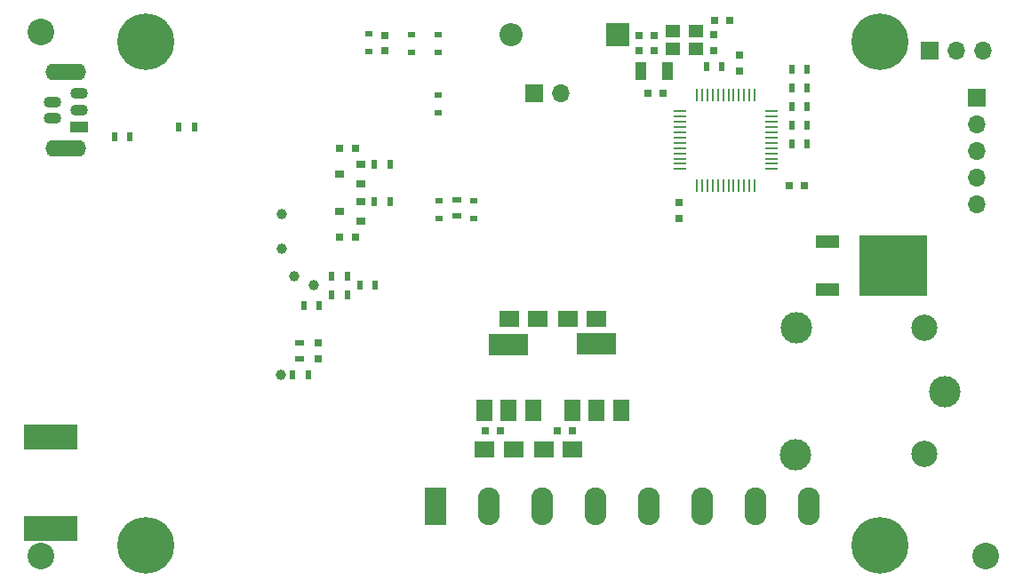
<source format=gbr>
G04 #@! TF.FileFunction,Soldermask,Bot*
%FSLAX46Y46*%
G04 Gerber Fmt 4.6, Leading zero omitted, Abs format (unit mm)*
G04 Created by KiCad (PCBNEW 4.0.7) date Wednesday, April 25, 2018 'PMt' 02:03:55 PM*
%MOMM*%
%LPD*%
G01*
G04 APERTURE LIST*
%ADD10C,0.100000*%
%ADD11R,1.950000X1.500000*%
%ADD12C,2.500000*%
%ADD13C,3.000000*%
%ADD14R,2.080000X3.600000*%
%ADD15O,2.080000X3.600000*%
%ADD16R,5.080000X2.420000*%
%ADD17R,0.750000X0.800000*%
%ADD18R,0.800000X0.750000*%
%ADD19R,0.800000X0.600000*%
%ADD20R,0.900000X0.800000*%
%ADD21R,0.500000X0.900000*%
%ADD22R,0.900000X0.500000*%
%ADD23R,0.250000X1.300000*%
%ADD24R,1.300000X0.250000*%
%ADD25R,2.200000X1.200000*%
%ADD26R,6.400000X5.800000*%
%ADD27R,1.400000X1.200000*%
%ADD28R,1.000000X1.800000*%
%ADD29R,3.800000X2.000000*%
%ADD30R,1.500000X2.000000*%
%ADD31R,1.700000X1.700000*%
%ADD32O,1.700000X1.700000*%
%ADD33C,1.000000*%
%ADD34R,2.200000X2.200000*%
%ADD35O,2.200000X2.200000*%
%ADD36R,1.700000X1.100000*%
%ADD37O,1.700000X1.100000*%
%ADD38O,3.900000X1.600000*%
%ADD39C,5.400000*%
%ADD40C,2.540000*%
G04 APERTURE END LIST*
D10*
D11*
X152759000Y-108712000D03*
X150009000Y-108712000D03*
D12*
X183954000Y-109616000D03*
D13*
X171754000Y-109616000D03*
X171704000Y-121666000D03*
D12*
X183954000Y-121616000D03*
D13*
X185904000Y-115666000D03*
D14*
X137390000Y-126619000D03*
D15*
X142470000Y-126619000D03*
X147550000Y-126619000D03*
X152630000Y-126619000D03*
X157710000Y-126619000D03*
X162790000Y-126619000D03*
X167870000Y-126619000D03*
X172950000Y-126619000D03*
D16*
X100790000Y-119970000D03*
X100790000Y-128730000D03*
D17*
X163957000Y-81673000D03*
X163957000Y-83173000D03*
D18*
X165469000Y-80264000D03*
X163969000Y-80264000D03*
D17*
X156845000Y-81685000D03*
X156845000Y-83185000D03*
X158242000Y-81685000D03*
X158242000Y-83185000D03*
D18*
X157619000Y-87249000D03*
X159119000Y-87249000D03*
D17*
X166370000Y-83578000D03*
X166370000Y-85078000D03*
X160655000Y-99175000D03*
X160655000Y-97675000D03*
D18*
X172581000Y-96012000D03*
X171081000Y-96012000D03*
D17*
X126238000Y-111010000D03*
X126238000Y-112510000D03*
X132588000Y-81685000D03*
X132588000Y-83185000D03*
D18*
X129782000Y-100965000D03*
X128282000Y-100965000D03*
X129782000Y-92456000D03*
X128282000Y-92456000D03*
D19*
X131064000Y-81573000D03*
X131064000Y-83273000D03*
X135128000Y-81612000D03*
X135128000Y-83312000D03*
X137668000Y-89076000D03*
X137668000Y-87376000D03*
X137668000Y-81636500D03*
X137668000Y-83336500D03*
X141097000Y-99148000D03*
X141097000Y-97448000D03*
X137795000Y-99148000D03*
X137795000Y-97448000D03*
D20*
X130302000Y-97536000D03*
X130302000Y-99436000D03*
X128302000Y-98486000D03*
X130302000Y-93985000D03*
X130302000Y-95885000D03*
X128302000Y-94935000D03*
D21*
X164707000Y-84709000D03*
X163207000Y-84709000D03*
X172847000Y-84963000D03*
X171347000Y-84963000D03*
X172847000Y-86741000D03*
X171347000Y-86741000D03*
X172847000Y-88519000D03*
X171347000Y-88519000D03*
X172847000Y-90297000D03*
X171347000Y-90297000D03*
X172847000Y-92075000D03*
X171347000Y-92075000D03*
X123825000Y-114046000D03*
X125325000Y-114046000D03*
D22*
X124460000Y-112522000D03*
X124460000Y-111022000D03*
D21*
X124865000Y-107442000D03*
X126365000Y-107442000D03*
X127532000Y-106426000D03*
X129032000Y-106426000D03*
X130199000Y-105537000D03*
X131699000Y-105537000D03*
X127532000Y-104648000D03*
X129032000Y-104648000D03*
D22*
X139446000Y-97421000D03*
X139446000Y-98921000D03*
D21*
X133084000Y-97536000D03*
X131584000Y-97536000D03*
X133084000Y-93980000D03*
X131584000Y-93980000D03*
X112978500Y-90424000D03*
X114478500Y-90424000D03*
X106819000Y-91376500D03*
X108319000Y-91376500D03*
D23*
X162318000Y-87356000D03*
X162818000Y-87356000D03*
X163318000Y-87356000D03*
X163818000Y-87356000D03*
X164318000Y-87356000D03*
X164818000Y-87356000D03*
X165318000Y-87356000D03*
X165818000Y-87356000D03*
X166318000Y-87356000D03*
X166818000Y-87356000D03*
X167318000Y-87356000D03*
X167818000Y-87356000D03*
D24*
X169418000Y-88956000D03*
X169418000Y-89456000D03*
X169418000Y-89956000D03*
X169418000Y-90456000D03*
X169418000Y-90956000D03*
X169418000Y-91456000D03*
X169418000Y-91956000D03*
X169418000Y-92456000D03*
X169418000Y-92956000D03*
X169418000Y-93456000D03*
X169418000Y-93956000D03*
X169418000Y-94456000D03*
D23*
X167818000Y-96056000D03*
X167318000Y-96056000D03*
X166818000Y-96056000D03*
X166318000Y-96056000D03*
X165818000Y-96056000D03*
X165318000Y-96056000D03*
X164818000Y-96056000D03*
X164318000Y-96056000D03*
X163818000Y-96056000D03*
X163318000Y-96056000D03*
X162818000Y-96056000D03*
X162318000Y-96056000D03*
D24*
X160718000Y-94456000D03*
X160718000Y-93956000D03*
X160718000Y-93456000D03*
X160718000Y-92956000D03*
X160718000Y-92456000D03*
X160718000Y-91956000D03*
X160718000Y-91456000D03*
X160718000Y-90956000D03*
X160718000Y-90456000D03*
X160718000Y-89956000D03*
X160718000Y-89456000D03*
X160718000Y-88956000D03*
D25*
X174752000Y-105912000D03*
X174752000Y-101352000D03*
D26*
X181052000Y-103632000D03*
D27*
X160020000Y-81319000D03*
X162220000Y-81319000D03*
X162220000Y-83019000D03*
X160020000Y-83019000D03*
D28*
X156992000Y-85090000D03*
X159492000Y-85090000D03*
D29*
X152781000Y-111125000D03*
D30*
X152781000Y-117425000D03*
X150481000Y-117425000D03*
X155081000Y-117425000D03*
D29*
X144399000Y-111150000D03*
D30*
X144399000Y-117450000D03*
X142099000Y-117450000D03*
X146699000Y-117450000D03*
D11*
X142113000Y-121158000D03*
X144863000Y-121158000D03*
D18*
X143625000Y-119380000D03*
X142125000Y-119380000D03*
D11*
X150473000Y-121158000D03*
X147723000Y-121158000D03*
D18*
X148983000Y-119380000D03*
X150483000Y-119380000D03*
D31*
X146812000Y-87249000D03*
D32*
X149352000Y-87249000D03*
D31*
X184531000Y-83185000D03*
D32*
X187071000Y-83185000D03*
X189611000Y-83185000D03*
D31*
X188976000Y-87630000D03*
D32*
X188976000Y-90170000D03*
X188976000Y-92710000D03*
X188976000Y-95250000D03*
X188976000Y-97790000D03*
D33*
X122785598Y-102002193D03*
X122728574Y-98717709D03*
X122682000Y-114046000D03*
X123964000Y-104648000D03*
X125857000Y-105537000D03*
D11*
X144421000Y-108712000D03*
X147171000Y-108712000D03*
D34*
X154813000Y-81661000D03*
D35*
X144653000Y-81661000D03*
D36*
X103505000Y-90436500D03*
D37*
X100905000Y-89636500D03*
X103505000Y-88836500D03*
X100905000Y-88036500D03*
X103505000Y-87236500D03*
D38*
X102205000Y-92486500D03*
X102205000Y-85186500D03*
D39*
X109790000Y-130350000D03*
X179790000Y-130350000D03*
X179790000Y-82350000D03*
X109790000Y-82350000D03*
D40*
X99790000Y-131350000D03*
X189790000Y-131350000D03*
X99790000Y-81350000D03*
M02*

</source>
